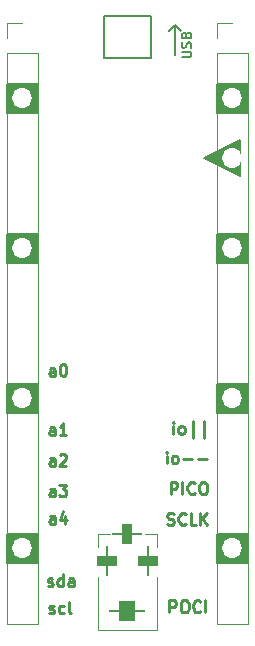
<source format=gbr>
%TF.GenerationSoftware,KiCad,Pcbnew,8.0.4-unknown-202407232306~396e531e7c~ubuntu22.04.1*%
%TF.CreationDate,2024-09-04T14:27:01+01:00*%
%TF.ProjectId,CONTROLLER_pico,434f4e54-524f-44c4-9c45-525f7069636f,rev?*%
%TF.SameCoordinates,Original*%
%TF.FileFunction,Legend,Top*%
%TF.FilePolarity,Positive*%
%FSLAX46Y46*%
G04 Gerber Fmt 4.6, Leading zero omitted, Abs format (unit mm)*
G04 Created by KiCad (PCBNEW 8.0.4-unknown-202407232306~396e531e7c~ubuntu22.04.1) date 2024-09-04 14:27:01*
%MOMM*%
%LPD*%
G01*
G04 APERTURE LIST*
G04 Aperture macros list*
%AMRoundRect*
0 Rectangle with rounded corners*
0 $1 Rounding radius*
0 $2 $3 $4 $5 $6 $7 $8 $9 X,Y pos of 4 corners*
0 Add a 4 corners polygon primitive as box body*
4,1,4,$2,$3,$4,$5,$6,$7,$8,$9,$2,$3,0*
0 Add four circle primitives for the rounded corners*
1,1,$1+$1,$2,$3*
1,1,$1+$1,$4,$5*
1,1,$1+$1,$6,$7*
1,1,$1+$1,$8,$9*
0 Add four rect primitives between the rounded corners*
20,1,$1+$1,$2,$3,$4,$5,0*
20,1,$1+$1,$4,$5,$6,$7,0*
20,1,$1+$1,$6,$7,$8,$9,0*
20,1,$1+$1,$8,$9,$2,$3,0*%
G04 Aperture macros list end*
%ADD10C,0.152400*%
%ADD11C,0.250000*%
%ADD12C,0.120000*%
%ADD13RoundRect,0.800000X0.050000X0.450000X-0.050000X0.450000X-0.050000X-0.450000X0.050000X-0.450000X0*%
%ADD14RoundRect,0.800000X-0.450000X0.050000X-0.450000X-0.050000X0.450000X-0.050000X0.450000X0.050000X0*%
%ADD15RoundRect,0.800000X-0.700000X0.050000X-0.700000X-0.050000X0.700000X-0.050000X0.700000X0.050000X0*%
%ADD16R,1.000000X1.000000*%
%ADD17O,1.000000X1.000000*%
%ADD18R,1.700000X1.700000*%
%ADD19O,1.700000X1.700000*%
G04 APERTURE END LIST*
D10*
X109500000Y-73500000D02*
X106500000Y-72000000D01*
X109500000Y-70500000D01*
X109500000Y-73500000D01*
G36*
X109500000Y-73500000D02*
G01*
X106500000Y-72000000D01*
X109500000Y-70500000D01*
X109500000Y-73500000D01*
G37*
X107600000Y-91100000D02*
X110200000Y-91100000D01*
X110200000Y-93600000D01*
X107600000Y-93600000D01*
X107600000Y-91100000D01*
G36*
X107600000Y-91100000D02*
G01*
X110200000Y-91100000D01*
X110200000Y-93600000D01*
X107600000Y-93600000D01*
X107600000Y-91100000D01*
G37*
X104000000Y-60750000D02*
X104000000Y-63250000D01*
X102000000Y-63500000D02*
X98000000Y-63500000D01*
X104500000Y-61250000D02*
X104000000Y-60750000D01*
X103500000Y-61250000D02*
X104000000Y-60750000D01*
X107600000Y-103800000D02*
X110200000Y-103800000D01*
X110200000Y-106300000D01*
X107600000Y-106300000D01*
X107600000Y-103800000D01*
G36*
X107600000Y-103800000D02*
G01*
X110200000Y-103800000D01*
X110200000Y-106300000D01*
X107600000Y-106300000D01*
X107600000Y-103800000D01*
G37*
X98000000Y-60000000D02*
X102000000Y-60000000D01*
X102000000Y-60000000D02*
X102000000Y-63500000D01*
X89800000Y-91100000D02*
X92400000Y-91100000D01*
X92400000Y-93600000D01*
X89800000Y-93600000D01*
X89800000Y-91100000D01*
G36*
X89800000Y-91100000D02*
G01*
X92400000Y-91100000D01*
X92400000Y-93600000D01*
X89800000Y-93600000D01*
X89800000Y-91100000D01*
G37*
X89800000Y-65700000D02*
X92400000Y-65700000D01*
X92400000Y-68200000D01*
X89800000Y-68200000D01*
X89800000Y-65700000D01*
G36*
X89800000Y-65700000D02*
G01*
X92400000Y-65700000D01*
X92400000Y-68200000D01*
X89800000Y-68200000D01*
X89800000Y-65700000D01*
G37*
X89800000Y-103800000D02*
X92400000Y-103800000D01*
X92400000Y-106300000D01*
X89800000Y-106300000D01*
X89800000Y-103800000D01*
G36*
X89800000Y-103800000D02*
G01*
X92400000Y-103800000D01*
X92400000Y-106300000D01*
X89800000Y-106300000D01*
X89800000Y-103800000D01*
G37*
X98000000Y-63500000D02*
X98000000Y-60000000D01*
X107600000Y-65700000D02*
X110200000Y-65700000D01*
X110200000Y-68200000D01*
X107600000Y-68200000D01*
X107600000Y-65700000D01*
G36*
X107600000Y-65700000D02*
G01*
X110200000Y-65700000D01*
X110200000Y-68200000D01*
X107600000Y-68200000D01*
X107600000Y-65700000D01*
G37*
X89800000Y-78400000D02*
X92400000Y-78400000D01*
X92400000Y-80900000D01*
X89800000Y-80900000D01*
X89800000Y-78400000D01*
G36*
X89800000Y-78400000D02*
G01*
X92400000Y-78400000D01*
X92400000Y-80900000D01*
X89800000Y-80900000D01*
X89800000Y-78400000D01*
G37*
X107600000Y-78400000D02*
X110200000Y-78400000D01*
X110200000Y-80900000D01*
X107600000Y-80900000D01*
X107600000Y-78400000D01*
G36*
X107600000Y-78400000D02*
G01*
X110200000Y-78400000D01*
X110200000Y-80900000D01*
X107600000Y-80900000D01*
X107600000Y-78400000D01*
G37*
D11*
X93831139Y-98049619D02*
X93831139Y-97525809D01*
X93831139Y-97525809D02*
X93783520Y-97430571D01*
X93783520Y-97430571D02*
X93688282Y-97382952D01*
X93688282Y-97382952D02*
X93497806Y-97382952D01*
X93497806Y-97382952D02*
X93402568Y-97430571D01*
X93831139Y-98002000D02*
X93735901Y-98049619D01*
X93735901Y-98049619D02*
X93497806Y-98049619D01*
X93497806Y-98049619D02*
X93402568Y-98002000D01*
X93402568Y-98002000D02*
X93354949Y-97906761D01*
X93354949Y-97906761D02*
X93354949Y-97811523D01*
X93354949Y-97811523D02*
X93402568Y-97716285D01*
X93402568Y-97716285D02*
X93497806Y-97668666D01*
X93497806Y-97668666D02*
X93735901Y-97668666D01*
X93735901Y-97668666D02*
X93831139Y-97621047D01*
X94259711Y-97144857D02*
X94307330Y-97097238D01*
X94307330Y-97097238D02*
X94402568Y-97049619D01*
X94402568Y-97049619D02*
X94640663Y-97049619D01*
X94640663Y-97049619D02*
X94735901Y-97097238D01*
X94735901Y-97097238D02*
X94783520Y-97144857D01*
X94783520Y-97144857D02*
X94831139Y-97240095D01*
X94831139Y-97240095D02*
X94831139Y-97335333D01*
X94831139Y-97335333D02*
X94783520Y-97478190D01*
X94783520Y-97478190D02*
X94212092Y-98049619D01*
X94212092Y-98049619D02*
X94831139Y-98049619D01*
X93831139Y-90449619D02*
X93831139Y-89925809D01*
X93831139Y-89925809D02*
X93783520Y-89830571D01*
X93783520Y-89830571D02*
X93688282Y-89782952D01*
X93688282Y-89782952D02*
X93497806Y-89782952D01*
X93497806Y-89782952D02*
X93402568Y-89830571D01*
X93831139Y-90402000D02*
X93735901Y-90449619D01*
X93735901Y-90449619D02*
X93497806Y-90449619D01*
X93497806Y-90449619D02*
X93402568Y-90402000D01*
X93402568Y-90402000D02*
X93354949Y-90306761D01*
X93354949Y-90306761D02*
X93354949Y-90211523D01*
X93354949Y-90211523D02*
X93402568Y-90116285D01*
X93402568Y-90116285D02*
X93497806Y-90068666D01*
X93497806Y-90068666D02*
X93735901Y-90068666D01*
X93735901Y-90068666D02*
X93831139Y-90021047D01*
X94497806Y-89449619D02*
X94593044Y-89449619D01*
X94593044Y-89449619D02*
X94688282Y-89497238D01*
X94688282Y-89497238D02*
X94735901Y-89544857D01*
X94735901Y-89544857D02*
X94783520Y-89640095D01*
X94783520Y-89640095D02*
X94831139Y-89830571D01*
X94831139Y-89830571D02*
X94831139Y-90068666D01*
X94831139Y-90068666D02*
X94783520Y-90259142D01*
X94783520Y-90259142D02*
X94735901Y-90354380D01*
X94735901Y-90354380D02*
X94688282Y-90402000D01*
X94688282Y-90402000D02*
X94593044Y-90449619D01*
X94593044Y-90449619D02*
X94497806Y-90449619D01*
X94497806Y-90449619D02*
X94402568Y-90402000D01*
X94402568Y-90402000D02*
X94354949Y-90354380D01*
X94354949Y-90354380D02*
X94307330Y-90259142D01*
X94307330Y-90259142D02*
X94259711Y-90068666D01*
X94259711Y-90068666D02*
X94259711Y-89830571D01*
X94259711Y-89830571D02*
X94307330Y-89640095D01*
X94307330Y-89640095D02*
X94354949Y-89544857D01*
X94354949Y-89544857D02*
X94402568Y-89497238D01*
X94402568Y-89497238D02*
X94497806Y-89449619D01*
X103649813Y-100449619D02*
X103649813Y-99449619D01*
X103649813Y-99449619D02*
X104030765Y-99449619D01*
X104030765Y-99449619D02*
X104126003Y-99497238D01*
X104126003Y-99497238D02*
X104173622Y-99544857D01*
X104173622Y-99544857D02*
X104221241Y-99640095D01*
X104221241Y-99640095D02*
X104221241Y-99782952D01*
X104221241Y-99782952D02*
X104173622Y-99878190D01*
X104173622Y-99878190D02*
X104126003Y-99925809D01*
X104126003Y-99925809D02*
X104030765Y-99973428D01*
X104030765Y-99973428D02*
X103649813Y-99973428D01*
X104649813Y-100449619D02*
X104649813Y-99449619D01*
X105697431Y-100354380D02*
X105649812Y-100402000D01*
X105649812Y-100402000D02*
X105506955Y-100449619D01*
X105506955Y-100449619D02*
X105411717Y-100449619D01*
X105411717Y-100449619D02*
X105268860Y-100402000D01*
X105268860Y-100402000D02*
X105173622Y-100306761D01*
X105173622Y-100306761D02*
X105126003Y-100211523D01*
X105126003Y-100211523D02*
X105078384Y-100021047D01*
X105078384Y-100021047D02*
X105078384Y-99878190D01*
X105078384Y-99878190D02*
X105126003Y-99687714D01*
X105126003Y-99687714D02*
X105173622Y-99592476D01*
X105173622Y-99592476D02*
X105268860Y-99497238D01*
X105268860Y-99497238D02*
X105411717Y-99449619D01*
X105411717Y-99449619D02*
X105506955Y-99449619D01*
X105506955Y-99449619D02*
X105649812Y-99497238D01*
X105649812Y-99497238D02*
X105697431Y-99544857D01*
X106316479Y-99449619D02*
X106506955Y-99449619D01*
X106506955Y-99449619D02*
X106602193Y-99497238D01*
X106602193Y-99497238D02*
X106697431Y-99592476D01*
X106697431Y-99592476D02*
X106745050Y-99782952D01*
X106745050Y-99782952D02*
X106745050Y-100116285D01*
X106745050Y-100116285D02*
X106697431Y-100306761D01*
X106697431Y-100306761D02*
X106602193Y-100402000D01*
X106602193Y-100402000D02*
X106506955Y-100449619D01*
X106506955Y-100449619D02*
X106316479Y-100449619D01*
X106316479Y-100449619D02*
X106221241Y-100402000D01*
X106221241Y-100402000D02*
X106126003Y-100306761D01*
X106126003Y-100306761D02*
X106078384Y-100116285D01*
X106078384Y-100116285D02*
X106078384Y-99782952D01*
X106078384Y-99782952D02*
X106126003Y-99592476D01*
X106126003Y-99592476D02*
X106221241Y-99497238D01*
X106221241Y-99497238D02*
X106316479Y-99449619D01*
X93254949Y-108202000D02*
X93350187Y-108249619D01*
X93350187Y-108249619D02*
X93540663Y-108249619D01*
X93540663Y-108249619D02*
X93635901Y-108202000D01*
X93635901Y-108202000D02*
X93683520Y-108106761D01*
X93683520Y-108106761D02*
X93683520Y-108059142D01*
X93683520Y-108059142D02*
X93635901Y-107963904D01*
X93635901Y-107963904D02*
X93540663Y-107916285D01*
X93540663Y-107916285D02*
X93397806Y-107916285D01*
X93397806Y-107916285D02*
X93302568Y-107868666D01*
X93302568Y-107868666D02*
X93254949Y-107773428D01*
X93254949Y-107773428D02*
X93254949Y-107725809D01*
X93254949Y-107725809D02*
X93302568Y-107630571D01*
X93302568Y-107630571D02*
X93397806Y-107582952D01*
X93397806Y-107582952D02*
X93540663Y-107582952D01*
X93540663Y-107582952D02*
X93635901Y-107630571D01*
X94540663Y-108249619D02*
X94540663Y-107249619D01*
X94540663Y-108202000D02*
X94445425Y-108249619D01*
X94445425Y-108249619D02*
X94254949Y-108249619D01*
X94254949Y-108249619D02*
X94159711Y-108202000D01*
X94159711Y-108202000D02*
X94112092Y-108154380D01*
X94112092Y-108154380D02*
X94064473Y-108059142D01*
X94064473Y-108059142D02*
X94064473Y-107773428D01*
X94064473Y-107773428D02*
X94112092Y-107678190D01*
X94112092Y-107678190D02*
X94159711Y-107630571D01*
X94159711Y-107630571D02*
X94254949Y-107582952D01*
X94254949Y-107582952D02*
X94445425Y-107582952D01*
X94445425Y-107582952D02*
X94540663Y-107630571D01*
X95445425Y-108249619D02*
X95445425Y-107725809D01*
X95445425Y-107725809D02*
X95397806Y-107630571D01*
X95397806Y-107630571D02*
X95302568Y-107582952D01*
X95302568Y-107582952D02*
X95112092Y-107582952D01*
X95112092Y-107582952D02*
X95016854Y-107630571D01*
X95445425Y-108202000D02*
X95350187Y-108249619D01*
X95350187Y-108249619D02*
X95112092Y-108249619D01*
X95112092Y-108249619D02*
X95016854Y-108202000D01*
X95016854Y-108202000D02*
X94969235Y-108106761D01*
X94969235Y-108106761D02*
X94969235Y-108011523D01*
X94969235Y-108011523D02*
X95016854Y-107916285D01*
X95016854Y-107916285D02*
X95112092Y-107868666D01*
X95112092Y-107868666D02*
X95350187Y-107868666D01*
X95350187Y-107868666D02*
X95445425Y-107821047D01*
X93831139Y-100649619D02*
X93831139Y-100125809D01*
X93831139Y-100125809D02*
X93783520Y-100030571D01*
X93783520Y-100030571D02*
X93688282Y-99982952D01*
X93688282Y-99982952D02*
X93497806Y-99982952D01*
X93497806Y-99982952D02*
X93402568Y-100030571D01*
X93831139Y-100602000D02*
X93735901Y-100649619D01*
X93735901Y-100649619D02*
X93497806Y-100649619D01*
X93497806Y-100649619D02*
X93402568Y-100602000D01*
X93402568Y-100602000D02*
X93354949Y-100506761D01*
X93354949Y-100506761D02*
X93354949Y-100411523D01*
X93354949Y-100411523D02*
X93402568Y-100316285D01*
X93402568Y-100316285D02*
X93497806Y-100268666D01*
X93497806Y-100268666D02*
X93735901Y-100268666D01*
X93735901Y-100268666D02*
X93831139Y-100221047D01*
X94212092Y-99649619D02*
X94831139Y-99649619D01*
X94831139Y-99649619D02*
X94497806Y-100030571D01*
X94497806Y-100030571D02*
X94640663Y-100030571D01*
X94640663Y-100030571D02*
X94735901Y-100078190D01*
X94735901Y-100078190D02*
X94783520Y-100125809D01*
X94783520Y-100125809D02*
X94831139Y-100221047D01*
X94831139Y-100221047D02*
X94831139Y-100459142D01*
X94831139Y-100459142D02*
X94783520Y-100554380D01*
X94783520Y-100554380D02*
X94735901Y-100602000D01*
X94735901Y-100602000D02*
X94640663Y-100649619D01*
X94640663Y-100649619D02*
X94354949Y-100649619D01*
X94354949Y-100649619D02*
X94259711Y-100602000D01*
X94259711Y-100602000D02*
X94212092Y-100554380D01*
X103549813Y-110449619D02*
X103549813Y-109449619D01*
X103549813Y-109449619D02*
X103930765Y-109449619D01*
X103930765Y-109449619D02*
X104026003Y-109497238D01*
X104026003Y-109497238D02*
X104073622Y-109544857D01*
X104073622Y-109544857D02*
X104121241Y-109640095D01*
X104121241Y-109640095D02*
X104121241Y-109782952D01*
X104121241Y-109782952D02*
X104073622Y-109878190D01*
X104073622Y-109878190D02*
X104026003Y-109925809D01*
X104026003Y-109925809D02*
X103930765Y-109973428D01*
X103930765Y-109973428D02*
X103549813Y-109973428D01*
X104740289Y-109449619D02*
X104930765Y-109449619D01*
X104930765Y-109449619D02*
X105026003Y-109497238D01*
X105026003Y-109497238D02*
X105121241Y-109592476D01*
X105121241Y-109592476D02*
X105168860Y-109782952D01*
X105168860Y-109782952D02*
X105168860Y-110116285D01*
X105168860Y-110116285D02*
X105121241Y-110306761D01*
X105121241Y-110306761D02*
X105026003Y-110402000D01*
X105026003Y-110402000D02*
X104930765Y-110449619D01*
X104930765Y-110449619D02*
X104740289Y-110449619D01*
X104740289Y-110449619D02*
X104645051Y-110402000D01*
X104645051Y-110402000D02*
X104549813Y-110306761D01*
X104549813Y-110306761D02*
X104502194Y-110116285D01*
X104502194Y-110116285D02*
X104502194Y-109782952D01*
X104502194Y-109782952D02*
X104549813Y-109592476D01*
X104549813Y-109592476D02*
X104645051Y-109497238D01*
X104645051Y-109497238D02*
X104740289Y-109449619D01*
X106168860Y-110354380D02*
X106121241Y-110402000D01*
X106121241Y-110402000D02*
X105978384Y-110449619D01*
X105978384Y-110449619D02*
X105883146Y-110449619D01*
X105883146Y-110449619D02*
X105740289Y-110402000D01*
X105740289Y-110402000D02*
X105645051Y-110306761D01*
X105645051Y-110306761D02*
X105597432Y-110211523D01*
X105597432Y-110211523D02*
X105549813Y-110021047D01*
X105549813Y-110021047D02*
X105549813Y-109878190D01*
X105549813Y-109878190D02*
X105597432Y-109687714D01*
X105597432Y-109687714D02*
X105645051Y-109592476D01*
X105645051Y-109592476D02*
X105740289Y-109497238D01*
X105740289Y-109497238D02*
X105883146Y-109449619D01*
X105883146Y-109449619D02*
X105978384Y-109449619D01*
X105978384Y-109449619D02*
X106121241Y-109497238D01*
X106121241Y-109497238D02*
X106168860Y-109544857D01*
X106597432Y-110449619D02*
X106597432Y-109449619D01*
X93354949Y-110502000D02*
X93450187Y-110549619D01*
X93450187Y-110549619D02*
X93640663Y-110549619D01*
X93640663Y-110549619D02*
X93735901Y-110502000D01*
X93735901Y-110502000D02*
X93783520Y-110406761D01*
X93783520Y-110406761D02*
X93783520Y-110359142D01*
X93783520Y-110359142D02*
X93735901Y-110263904D01*
X93735901Y-110263904D02*
X93640663Y-110216285D01*
X93640663Y-110216285D02*
X93497806Y-110216285D01*
X93497806Y-110216285D02*
X93402568Y-110168666D01*
X93402568Y-110168666D02*
X93354949Y-110073428D01*
X93354949Y-110073428D02*
X93354949Y-110025809D01*
X93354949Y-110025809D02*
X93402568Y-109930571D01*
X93402568Y-109930571D02*
X93497806Y-109882952D01*
X93497806Y-109882952D02*
X93640663Y-109882952D01*
X93640663Y-109882952D02*
X93735901Y-109930571D01*
X94640663Y-110502000D02*
X94545425Y-110549619D01*
X94545425Y-110549619D02*
X94354949Y-110549619D01*
X94354949Y-110549619D02*
X94259711Y-110502000D01*
X94259711Y-110502000D02*
X94212092Y-110454380D01*
X94212092Y-110454380D02*
X94164473Y-110359142D01*
X94164473Y-110359142D02*
X94164473Y-110073428D01*
X94164473Y-110073428D02*
X94212092Y-109978190D01*
X94212092Y-109978190D02*
X94259711Y-109930571D01*
X94259711Y-109930571D02*
X94354949Y-109882952D01*
X94354949Y-109882952D02*
X94545425Y-109882952D01*
X94545425Y-109882952D02*
X94640663Y-109930571D01*
X95212092Y-110549619D02*
X95116854Y-110502000D01*
X95116854Y-110502000D02*
X95069235Y-110406761D01*
X95069235Y-110406761D02*
X95069235Y-109549619D01*
X103316480Y-97849619D02*
X103316480Y-97182952D01*
X103316480Y-96849619D02*
X103268861Y-96897238D01*
X103268861Y-96897238D02*
X103316480Y-96944857D01*
X103316480Y-96944857D02*
X103364099Y-96897238D01*
X103364099Y-96897238D02*
X103316480Y-96849619D01*
X103316480Y-96849619D02*
X103316480Y-96944857D01*
X103935527Y-97849619D02*
X103840289Y-97802000D01*
X103840289Y-97802000D02*
X103792670Y-97754380D01*
X103792670Y-97754380D02*
X103745051Y-97659142D01*
X103745051Y-97659142D02*
X103745051Y-97373428D01*
X103745051Y-97373428D02*
X103792670Y-97278190D01*
X103792670Y-97278190D02*
X103840289Y-97230571D01*
X103840289Y-97230571D02*
X103935527Y-97182952D01*
X103935527Y-97182952D02*
X104078384Y-97182952D01*
X104078384Y-97182952D02*
X104173622Y-97230571D01*
X104173622Y-97230571D02*
X104221241Y-97278190D01*
X104221241Y-97278190D02*
X104268860Y-97373428D01*
X104268860Y-97373428D02*
X104268860Y-97659142D01*
X104268860Y-97659142D02*
X104221241Y-97754380D01*
X104221241Y-97754380D02*
X104173622Y-97802000D01*
X104173622Y-97802000D02*
X104078384Y-97849619D01*
X104078384Y-97849619D02*
X103935527Y-97849619D01*
X104697432Y-97468666D02*
X105459337Y-97468666D01*
X105935527Y-97468666D02*
X106697432Y-97468666D01*
X93831139Y-95449619D02*
X93831139Y-94925809D01*
X93831139Y-94925809D02*
X93783520Y-94830571D01*
X93783520Y-94830571D02*
X93688282Y-94782952D01*
X93688282Y-94782952D02*
X93497806Y-94782952D01*
X93497806Y-94782952D02*
X93402568Y-94830571D01*
X93831139Y-95402000D02*
X93735901Y-95449619D01*
X93735901Y-95449619D02*
X93497806Y-95449619D01*
X93497806Y-95449619D02*
X93402568Y-95402000D01*
X93402568Y-95402000D02*
X93354949Y-95306761D01*
X93354949Y-95306761D02*
X93354949Y-95211523D01*
X93354949Y-95211523D02*
X93402568Y-95116285D01*
X93402568Y-95116285D02*
X93497806Y-95068666D01*
X93497806Y-95068666D02*
X93735901Y-95068666D01*
X93735901Y-95068666D02*
X93831139Y-95021047D01*
X94831139Y-95449619D02*
X94259711Y-95449619D01*
X94545425Y-95449619D02*
X94545425Y-94449619D01*
X94545425Y-94449619D02*
X94450187Y-94592476D01*
X94450187Y-94592476D02*
X94354949Y-94687714D01*
X94354949Y-94687714D02*
X94259711Y-94735333D01*
X103887908Y-95349619D02*
X103887908Y-94682952D01*
X103887908Y-94349619D02*
X103840289Y-94397238D01*
X103840289Y-94397238D02*
X103887908Y-94444857D01*
X103887908Y-94444857D02*
X103935527Y-94397238D01*
X103935527Y-94397238D02*
X103887908Y-94349619D01*
X103887908Y-94349619D02*
X103887908Y-94444857D01*
X104506955Y-95349619D02*
X104411717Y-95302000D01*
X104411717Y-95302000D02*
X104364098Y-95254380D01*
X104364098Y-95254380D02*
X104316479Y-95159142D01*
X104316479Y-95159142D02*
X104316479Y-94873428D01*
X104316479Y-94873428D02*
X104364098Y-94778190D01*
X104364098Y-94778190D02*
X104411717Y-94730571D01*
X104411717Y-94730571D02*
X104506955Y-94682952D01*
X104506955Y-94682952D02*
X104649812Y-94682952D01*
X104649812Y-94682952D02*
X104745050Y-94730571D01*
X104745050Y-94730571D02*
X104792669Y-94778190D01*
X104792669Y-94778190D02*
X104840288Y-94873428D01*
X104840288Y-94873428D02*
X104840288Y-95159142D01*
X104840288Y-95159142D02*
X104792669Y-95254380D01*
X104792669Y-95254380D02*
X104745050Y-95302000D01*
X104745050Y-95302000D02*
X104649812Y-95349619D01*
X104649812Y-95349619D02*
X104506955Y-95349619D01*
X105506955Y-95682952D02*
X105506955Y-94254380D01*
X106459336Y-95682952D02*
X106459336Y-94254380D01*
X93831139Y-102949619D02*
X93831139Y-102425809D01*
X93831139Y-102425809D02*
X93783520Y-102330571D01*
X93783520Y-102330571D02*
X93688282Y-102282952D01*
X93688282Y-102282952D02*
X93497806Y-102282952D01*
X93497806Y-102282952D02*
X93402568Y-102330571D01*
X93831139Y-102902000D02*
X93735901Y-102949619D01*
X93735901Y-102949619D02*
X93497806Y-102949619D01*
X93497806Y-102949619D02*
X93402568Y-102902000D01*
X93402568Y-102902000D02*
X93354949Y-102806761D01*
X93354949Y-102806761D02*
X93354949Y-102711523D01*
X93354949Y-102711523D02*
X93402568Y-102616285D01*
X93402568Y-102616285D02*
X93497806Y-102568666D01*
X93497806Y-102568666D02*
X93735901Y-102568666D01*
X93735901Y-102568666D02*
X93831139Y-102521047D01*
X94735901Y-102282952D02*
X94735901Y-102949619D01*
X94497806Y-101902000D02*
X94259711Y-102616285D01*
X94259711Y-102616285D02*
X94878758Y-102616285D01*
X103364098Y-103002000D02*
X103506955Y-103049619D01*
X103506955Y-103049619D02*
X103745050Y-103049619D01*
X103745050Y-103049619D02*
X103840288Y-103002000D01*
X103840288Y-103002000D02*
X103887907Y-102954380D01*
X103887907Y-102954380D02*
X103935526Y-102859142D01*
X103935526Y-102859142D02*
X103935526Y-102763904D01*
X103935526Y-102763904D02*
X103887907Y-102668666D01*
X103887907Y-102668666D02*
X103840288Y-102621047D01*
X103840288Y-102621047D02*
X103745050Y-102573428D01*
X103745050Y-102573428D02*
X103554574Y-102525809D01*
X103554574Y-102525809D02*
X103459336Y-102478190D01*
X103459336Y-102478190D02*
X103411717Y-102430571D01*
X103411717Y-102430571D02*
X103364098Y-102335333D01*
X103364098Y-102335333D02*
X103364098Y-102240095D01*
X103364098Y-102240095D02*
X103411717Y-102144857D01*
X103411717Y-102144857D02*
X103459336Y-102097238D01*
X103459336Y-102097238D02*
X103554574Y-102049619D01*
X103554574Y-102049619D02*
X103792669Y-102049619D01*
X103792669Y-102049619D02*
X103935526Y-102097238D01*
X104935526Y-102954380D02*
X104887907Y-103002000D01*
X104887907Y-103002000D02*
X104745050Y-103049619D01*
X104745050Y-103049619D02*
X104649812Y-103049619D01*
X104649812Y-103049619D02*
X104506955Y-103002000D01*
X104506955Y-103002000D02*
X104411717Y-102906761D01*
X104411717Y-102906761D02*
X104364098Y-102811523D01*
X104364098Y-102811523D02*
X104316479Y-102621047D01*
X104316479Y-102621047D02*
X104316479Y-102478190D01*
X104316479Y-102478190D02*
X104364098Y-102287714D01*
X104364098Y-102287714D02*
X104411717Y-102192476D01*
X104411717Y-102192476D02*
X104506955Y-102097238D01*
X104506955Y-102097238D02*
X104649812Y-102049619D01*
X104649812Y-102049619D02*
X104745050Y-102049619D01*
X104745050Y-102049619D02*
X104887907Y-102097238D01*
X104887907Y-102097238D02*
X104935526Y-102144857D01*
X105840288Y-103049619D02*
X105364098Y-103049619D01*
X105364098Y-103049619D02*
X105364098Y-102049619D01*
X106173622Y-103049619D02*
X106173622Y-102049619D01*
X106745050Y-103049619D02*
X106316479Y-102478190D01*
X106745050Y-102049619D02*
X106173622Y-102621047D01*
D10*
X104579803Y-63456213D02*
X105237784Y-63456213D01*
X105237784Y-63456213D02*
X105315194Y-63417508D01*
X105315194Y-63417508D02*
X105353899Y-63378803D01*
X105353899Y-63378803D02*
X105392603Y-63301394D01*
X105392603Y-63301394D02*
X105392603Y-63146575D01*
X105392603Y-63146575D02*
X105353899Y-63069165D01*
X105353899Y-63069165D02*
X105315194Y-63030460D01*
X105315194Y-63030460D02*
X105237784Y-62991756D01*
X105237784Y-62991756D02*
X104579803Y-62991756D01*
X105353899Y-62643412D02*
X105392603Y-62527298D01*
X105392603Y-62527298D02*
X105392603Y-62333774D01*
X105392603Y-62333774D02*
X105353899Y-62256365D01*
X105353899Y-62256365D02*
X105315194Y-62217660D01*
X105315194Y-62217660D02*
X105237784Y-62178955D01*
X105237784Y-62178955D02*
X105160375Y-62178955D01*
X105160375Y-62178955D02*
X105082965Y-62217660D01*
X105082965Y-62217660D02*
X105044260Y-62256365D01*
X105044260Y-62256365D02*
X105005556Y-62333774D01*
X105005556Y-62333774D02*
X104966851Y-62488593D01*
X104966851Y-62488593D02*
X104928146Y-62566003D01*
X104928146Y-62566003D02*
X104889441Y-62604708D01*
X104889441Y-62604708D02*
X104812032Y-62643412D01*
X104812032Y-62643412D02*
X104734622Y-62643412D01*
X104734622Y-62643412D02*
X104657213Y-62604708D01*
X104657213Y-62604708D02*
X104618508Y-62566003D01*
X104618508Y-62566003D02*
X104579803Y-62488593D01*
X104579803Y-62488593D02*
X104579803Y-62295070D01*
X104579803Y-62295070D02*
X104618508Y-62178955D01*
X104966851Y-61559679D02*
X105005556Y-61443565D01*
X105005556Y-61443565D02*
X105044260Y-61404860D01*
X105044260Y-61404860D02*
X105121670Y-61366156D01*
X105121670Y-61366156D02*
X105237784Y-61366156D01*
X105237784Y-61366156D02*
X105315194Y-61404860D01*
X105315194Y-61404860D02*
X105353899Y-61443565D01*
X105353899Y-61443565D02*
X105392603Y-61520975D01*
X105392603Y-61520975D02*
X105392603Y-61830613D01*
X105392603Y-61830613D02*
X104579803Y-61830613D01*
X104579803Y-61830613D02*
X104579803Y-61559679D01*
X104579803Y-61559679D02*
X104618508Y-61482270D01*
X104618508Y-61482270D02*
X104657213Y-61443565D01*
X104657213Y-61443565D02*
X104734622Y-61404860D01*
X104734622Y-61404860D02*
X104812032Y-61404860D01*
X104812032Y-61404860D02*
X104889441Y-61443565D01*
X104889441Y-61443565D02*
X104928146Y-61482270D01*
X104928146Y-61482270D02*
X104966851Y-61559679D01*
X104966851Y-61559679D02*
X104966851Y-61830613D01*
D12*
%TO.C,J2*%
X97500000Y-103845000D02*
X98500000Y-103845000D01*
X97500000Y-111945000D02*
X97500001Y-107445000D01*
X97500000Y-111945000D02*
X102500000Y-111945000D01*
X97500001Y-104945000D02*
X97500000Y-103845000D01*
X102499999Y-104945000D02*
X102500000Y-103845000D01*
X102500000Y-103845000D02*
X101500000Y-103845000D01*
X102500000Y-111945000D02*
X102499999Y-107445000D01*
%TO.C,J5*%
X107560000Y-60540000D02*
X108890000Y-60540000D01*
X107560000Y-61870000D02*
X107560000Y-60540000D01*
X107560000Y-63140000D02*
X107560000Y-111460000D01*
X107560000Y-63140000D02*
X110220000Y-63140000D01*
X107560000Y-111460000D02*
X110220000Y-111460000D01*
X110220000Y-63140000D02*
X110220000Y-111460000D01*
%TO.C,J4*%
X89780000Y-60540000D02*
X91110000Y-60540000D01*
X89780000Y-61870000D02*
X89780000Y-60540000D01*
X89780000Y-63140000D02*
X89780000Y-111460000D01*
X89780000Y-63140000D02*
X92440000Y-63140000D01*
X89780000Y-111460000D02*
X92440000Y-111460000D01*
X92440000Y-63140000D02*
X92440000Y-111460000D01*
%TD*%
%LPC*%
D13*
%TO.C,J2*%
X98250000Y-106145000D03*
D14*
X100000000Y-103845000D03*
D13*
X101750000Y-106145000D03*
D15*
X100000000Y-110345000D03*
%TD*%
D16*
%TO.C,J3*%
X98729999Y-62270000D03*
D17*
X100000000Y-62270000D03*
X101269999Y-62270000D03*
%TD*%
D16*
%TO.C,J1*%
X100000000Y-61000000D03*
D17*
X98729999Y-61000000D03*
%TD*%
D18*
%TO.C,J5*%
X108890000Y-61870000D03*
D19*
X108890000Y-64410000D03*
X108890000Y-66950000D03*
X108890000Y-69490000D03*
X108890000Y-72030000D03*
X108890000Y-74570000D03*
X108890000Y-77110000D03*
X108890000Y-79650000D03*
X108890000Y-82190000D03*
X108890000Y-84730000D03*
X108890000Y-87270000D03*
X108890000Y-89810000D03*
X108890000Y-92350000D03*
X108890000Y-94890000D03*
X108890000Y-97430000D03*
X108890000Y-99970000D03*
X108890000Y-102510000D03*
X108890000Y-105050000D03*
X108890000Y-107590000D03*
X108890000Y-110130000D03*
%TD*%
D18*
%TO.C,J4*%
X91110000Y-61870000D03*
D19*
X91110000Y-64410000D03*
X91110000Y-66950000D03*
X91110000Y-69490000D03*
X91110000Y-72030000D03*
X91110000Y-74570000D03*
X91110000Y-77110000D03*
X91110000Y-79650000D03*
X91110000Y-82190000D03*
X91110000Y-84730000D03*
X91110000Y-87270000D03*
X91110000Y-89810000D03*
X91110000Y-92350000D03*
X91110000Y-94890000D03*
X91110000Y-97430000D03*
X91110000Y-99970000D03*
X91110000Y-102510000D03*
X91110000Y-105050000D03*
X91110000Y-107590000D03*
X91110000Y-110130000D03*
%TD*%
%LPD*%
M02*

</source>
